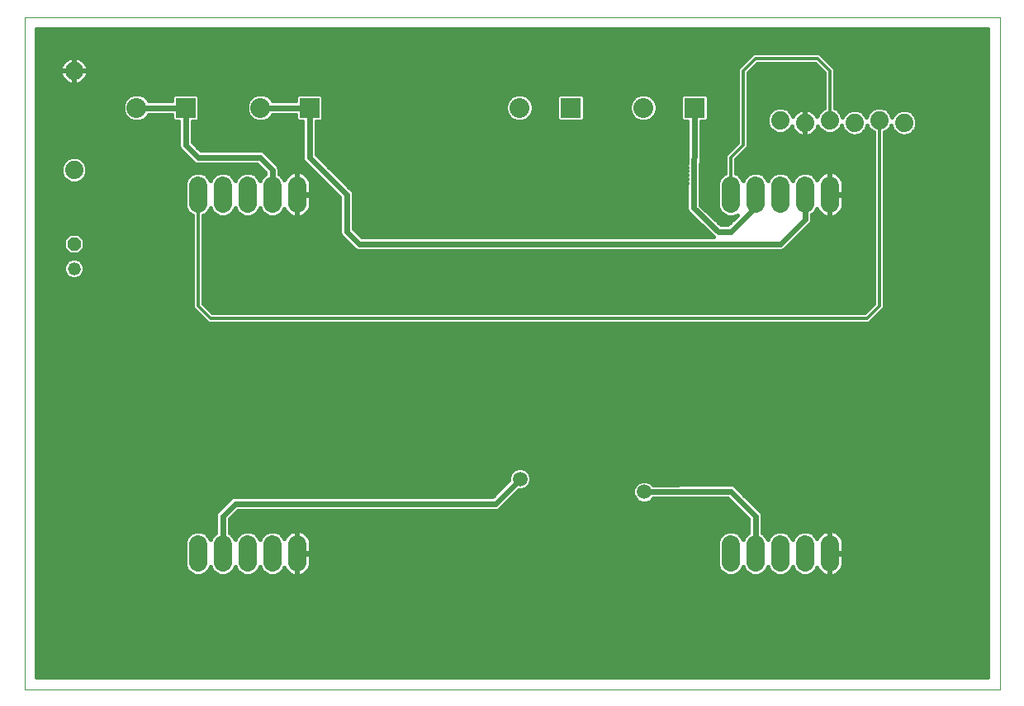
<source format=gbl>
G75*
%MOIN*%
%OFA0B0*%
%FSLAX25Y25*%
%IPPOS*%
%LPD*%
%AMOC8*
5,1,8,0,0,1.08239X$1,22.5*
%
%ADD10C,0.00000*%
%ADD11C,0.05200*%
%ADD12OC8,0.05200*%
%ADD13C,0.07400*%
%ADD14C,0.07400*%
%ADD15R,0.08000X0.08000*%
%ADD16C,0.08000*%
%ADD17C,0.02400*%
%ADD18C,0.05906*%
%ADD19C,0.01600*%
%ADD20C,0.01200*%
D10*
X0001800Y0001800D02*
X0001800Y0273454D01*
X0395501Y0273454D01*
X0395501Y0001800D01*
X0001800Y0001800D01*
D11*
X0021800Y0171800D03*
D12*
X0021800Y0181800D03*
D13*
X0071800Y0198100D02*
X0071800Y0205500D01*
X0081800Y0205500D02*
X0081800Y0198100D01*
X0091800Y0198100D02*
X0091800Y0205500D01*
X0101800Y0205500D02*
X0101800Y0198100D01*
X0111800Y0198100D02*
X0111800Y0205500D01*
X0286800Y0205500D02*
X0286800Y0198100D01*
X0296800Y0198100D02*
X0296800Y0205500D01*
X0306800Y0205500D02*
X0306800Y0198100D01*
X0316800Y0198100D02*
X0316800Y0205500D01*
X0326800Y0205500D02*
X0326800Y0198100D01*
X0326800Y0060500D02*
X0326800Y0053100D01*
X0316800Y0053100D02*
X0316800Y0060500D01*
X0306800Y0060500D02*
X0306800Y0053100D01*
X0296800Y0053100D02*
X0296800Y0060500D01*
X0286800Y0060500D02*
X0286800Y0053100D01*
X0111800Y0053100D02*
X0111800Y0060500D01*
X0101800Y0060500D02*
X0101800Y0053100D01*
X0091800Y0053100D02*
X0091800Y0060500D01*
X0081800Y0060500D02*
X0081800Y0053100D01*
X0071800Y0053100D02*
X0071800Y0060500D01*
D14*
X0021800Y0211800D03*
X0021800Y0251800D03*
X0306800Y0231800D03*
X0316800Y0230800D03*
X0326800Y0231800D03*
X0336800Y0230800D03*
X0346800Y0231800D03*
X0356800Y0230800D03*
D15*
X0272300Y0236800D03*
X0222300Y0236800D03*
X0116800Y0236800D03*
X0066800Y0236800D03*
D16*
X0047115Y0236800D03*
X0097115Y0236800D03*
X0201615Y0236800D03*
X0251615Y0236800D03*
D17*
X0272300Y0236800D02*
X0271800Y0196300D01*
X0281800Y0186800D01*
X0286800Y0186800D01*
X0296800Y0196800D01*
X0296800Y0201800D01*
X0316800Y0201800D02*
X0316800Y0191800D01*
X0306800Y0181800D01*
X0136800Y0181800D01*
X0131800Y0186800D01*
X0131800Y0201800D01*
X0116800Y0216800D01*
X0116800Y0236800D01*
X0097115Y0236800D01*
X0096800Y0216800D02*
X0071800Y0216800D01*
X0066800Y0221800D01*
X0066800Y0236800D01*
X0047115Y0236800D01*
X0096800Y0216800D02*
X0101800Y0211800D01*
X0101800Y0201800D01*
X0201800Y0086800D02*
X0191800Y0076800D01*
X0086800Y0076800D01*
X0081800Y0071800D01*
X0081800Y0056800D01*
X0251985Y0081615D02*
X0276800Y0081800D01*
X0286800Y0081800D01*
X0296800Y0071800D01*
X0296800Y0056800D01*
D18*
X0251985Y0081615D03*
X0201800Y0086800D03*
D19*
X0205950Y0084923D02*
X0248854Y0084923D01*
X0249406Y0085475D02*
X0248125Y0084194D01*
X0247432Y0082521D01*
X0247432Y0080709D01*
X0248125Y0079036D01*
X0249406Y0077755D01*
X0251079Y0077062D01*
X0252891Y0077062D01*
X0254564Y0077755D01*
X0255651Y0078842D01*
X0276810Y0079000D01*
X0285640Y0079000D01*
X0294000Y0070640D01*
X0294000Y0065077D01*
X0293798Y0064993D01*
X0292307Y0063502D01*
X0291800Y0062278D01*
X0291293Y0063502D01*
X0289802Y0064993D01*
X0287854Y0065800D01*
X0285746Y0065800D01*
X0283798Y0064993D01*
X0282307Y0063502D01*
X0281500Y0061554D01*
X0281500Y0052046D01*
X0282307Y0050098D01*
X0283798Y0048607D01*
X0285746Y0047800D01*
X0287854Y0047800D01*
X0289802Y0048607D01*
X0291293Y0050098D01*
X0291800Y0051322D01*
X0292307Y0050098D01*
X0293798Y0048607D01*
X0295746Y0047800D01*
X0297854Y0047800D01*
X0299802Y0048607D01*
X0301293Y0050098D01*
X0301800Y0051322D01*
X0302307Y0050098D01*
X0303798Y0048607D01*
X0305746Y0047800D01*
X0307854Y0047800D01*
X0309802Y0048607D01*
X0311293Y0050098D01*
X0311800Y0051322D01*
X0312307Y0050098D01*
X0313798Y0048607D01*
X0315746Y0047800D01*
X0317854Y0047800D01*
X0319802Y0048607D01*
X0321293Y0050098D01*
X0321685Y0051044D01*
X0321703Y0050989D01*
X0322096Y0050217D01*
X0322605Y0049517D01*
X0323217Y0048905D01*
X0323917Y0048396D01*
X0324689Y0048003D01*
X0325512Y0047735D01*
X0326367Y0047600D01*
X0326500Y0047600D01*
X0326500Y0056500D01*
X0327100Y0056500D01*
X0327100Y0057100D01*
X0326500Y0057100D01*
X0326500Y0066000D01*
X0326367Y0066000D01*
X0325512Y0065865D01*
X0324689Y0065597D01*
X0323917Y0065204D01*
X0323217Y0064695D01*
X0322605Y0064083D01*
X0322096Y0063383D01*
X0321703Y0062611D01*
X0321685Y0062556D01*
X0321293Y0063502D01*
X0319802Y0064993D01*
X0317854Y0065800D01*
X0315746Y0065800D01*
X0313798Y0064993D01*
X0312307Y0063502D01*
X0311800Y0062278D01*
X0311293Y0063502D01*
X0309802Y0064993D01*
X0307854Y0065800D01*
X0305746Y0065800D01*
X0303798Y0064993D01*
X0302307Y0063502D01*
X0301800Y0062278D01*
X0301293Y0063502D01*
X0299802Y0064993D01*
X0299600Y0065077D01*
X0299600Y0072357D01*
X0299174Y0073386D01*
X0298386Y0074174D01*
X0289174Y0083386D01*
X0288386Y0084174D01*
X0287357Y0084600D01*
X0277346Y0084600D01*
X0277336Y0084604D01*
X0276790Y0084600D01*
X0276243Y0084600D01*
X0276233Y0084596D01*
X0255597Y0084442D01*
X0254564Y0085475D01*
X0252891Y0086168D01*
X0251079Y0086168D01*
X0249406Y0085475D01*
X0247765Y0083324D02*
X0204763Y0083324D01*
X0204379Y0082940D02*
X0205660Y0084221D01*
X0206353Y0085894D01*
X0206353Y0087706D01*
X0205660Y0089379D01*
X0204379Y0090660D01*
X0202706Y0091353D01*
X0200894Y0091353D01*
X0199221Y0090660D01*
X0197940Y0089379D01*
X0197247Y0087706D01*
X0197247Y0086207D01*
X0190640Y0079600D01*
X0086243Y0079600D01*
X0085214Y0079174D01*
X0084426Y0078386D01*
X0079426Y0073386D01*
X0079000Y0072357D01*
X0079000Y0065077D01*
X0078798Y0064993D01*
X0077307Y0063502D01*
X0076800Y0062278D01*
X0076293Y0063502D01*
X0074802Y0064993D01*
X0072854Y0065800D01*
X0070746Y0065800D01*
X0068798Y0064993D01*
X0067307Y0063502D01*
X0066500Y0061554D01*
X0066500Y0052046D01*
X0067307Y0050098D01*
X0068798Y0048607D01*
X0070746Y0047800D01*
X0072854Y0047800D01*
X0074802Y0048607D01*
X0076293Y0050098D01*
X0076800Y0051322D01*
X0077307Y0050098D01*
X0078798Y0048607D01*
X0080746Y0047800D01*
X0082854Y0047800D01*
X0084802Y0048607D01*
X0086293Y0050098D01*
X0086800Y0051322D01*
X0087307Y0050098D01*
X0088798Y0048607D01*
X0090746Y0047800D01*
X0092854Y0047800D01*
X0094802Y0048607D01*
X0096293Y0050098D01*
X0096800Y0051322D01*
X0097307Y0050098D01*
X0098798Y0048607D01*
X0100746Y0047800D01*
X0102854Y0047800D01*
X0104802Y0048607D01*
X0106293Y0050098D01*
X0106685Y0051044D01*
X0106703Y0050989D01*
X0107096Y0050217D01*
X0107605Y0049517D01*
X0108217Y0048905D01*
X0108917Y0048396D01*
X0109689Y0048003D01*
X0110512Y0047735D01*
X0111367Y0047600D01*
X0111500Y0047600D01*
X0111500Y0056500D01*
X0112100Y0056500D01*
X0112100Y0057100D01*
X0117300Y0057100D01*
X0117300Y0060933D01*
X0117165Y0061788D01*
X0116897Y0062611D01*
X0116504Y0063383D01*
X0115995Y0064083D01*
X0115383Y0064695D01*
X0114683Y0065204D01*
X0113911Y0065597D01*
X0113088Y0065865D01*
X0112233Y0066000D01*
X0112100Y0066000D01*
X0112100Y0057100D01*
X0111500Y0057100D01*
X0111500Y0066000D01*
X0111367Y0066000D01*
X0110512Y0065865D01*
X0109689Y0065597D01*
X0108917Y0065204D01*
X0108217Y0064695D01*
X0107605Y0064083D01*
X0107096Y0063383D01*
X0106703Y0062611D01*
X0106685Y0062556D01*
X0106293Y0063502D01*
X0104802Y0064993D01*
X0102854Y0065800D01*
X0100746Y0065800D01*
X0098798Y0064993D01*
X0097307Y0063502D01*
X0096800Y0062278D01*
X0096293Y0063502D01*
X0094802Y0064993D01*
X0092854Y0065800D01*
X0090746Y0065800D01*
X0088798Y0064993D01*
X0087307Y0063502D01*
X0086800Y0062278D01*
X0086293Y0063502D01*
X0084802Y0064993D01*
X0084600Y0065077D01*
X0084600Y0070640D01*
X0087960Y0074000D01*
X0192357Y0074000D01*
X0193386Y0074426D01*
X0201207Y0082247D01*
X0202706Y0082247D01*
X0204379Y0082940D01*
X0200685Y0081726D02*
X0247432Y0081726D01*
X0247673Y0080127D02*
X0199087Y0080127D01*
X0197488Y0078529D02*
X0248633Y0078529D01*
X0255337Y0078529D02*
X0286112Y0078529D01*
X0287710Y0076930D02*
X0195890Y0076930D01*
X0194291Y0075332D02*
X0289309Y0075332D01*
X0290907Y0073733D02*
X0087693Y0073733D01*
X0086094Y0072134D02*
X0292506Y0072134D01*
X0294000Y0070536D02*
X0084600Y0070536D01*
X0084600Y0068937D02*
X0294000Y0068937D01*
X0294000Y0067339D02*
X0084600Y0067339D01*
X0084600Y0065740D02*
X0090602Y0065740D01*
X0092998Y0065740D02*
X0100602Y0065740D01*
X0102998Y0065740D02*
X0110130Y0065740D01*
X0111500Y0065740D02*
X0112100Y0065740D01*
X0113470Y0065740D02*
X0285602Y0065740D01*
X0287998Y0065740D02*
X0294000Y0065740D01*
X0292947Y0064142D02*
X0290653Y0064142D01*
X0291690Y0062543D02*
X0291910Y0062543D01*
X0299600Y0065740D02*
X0305602Y0065740D01*
X0307998Y0065740D02*
X0315602Y0065740D01*
X0317998Y0065740D02*
X0325130Y0065740D01*
X0326500Y0065740D02*
X0327100Y0065740D01*
X0327100Y0066000D02*
X0327100Y0057100D01*
X0332300Y0057100D01*
X0332300Y0060933D01*
X0332165Y0061788D01*
X0331897Y0062611D01*
X0331504Y0063383D01*
X0330995Y0064083D01*
X0330383Y0064695D01*
X0329683Y0065204D01*
X0328911Y0065597D01*
X0328088Y0065865D01*
X0327233Y0066000D01*
X0327100Y0066000D01*
X0328470Y0065740D02*
X0390701Y0065740D01*
X0390701Y0064142D02*
X0330936Y0064142D01*
X0331919Y0062543D02*
X0390701Y0062543D01*
X0390701Y0060945D02*
X0332298Y0060945D01*
X0332300Y0059346D02*
X0390701Y0059346D01*
X0390701Y0057748D02*
X0332300Y0057748D01*
X0332300Y0056500D02*
X0327100Y0056500D01*
X0327100Y0047600D01*
X0327233Y0047600D01*
X0328088Y0047735D01*
X0328911Y0048003D01*
X0329683Y0048396D01*
X0330383Y0048905D01*
X0330995Y0049517D01*
X0331504Y0050217D01*
X0331897Y0050989D01*
X0332165Y0051812D01*
X0332300Y0052667D01*
X0332300Y0056500D01*
X0332300Y0056149D02*
X0390701Y0056149D01*
X0390701Y0054551D02*
X0332300Y0054551D01*
X0332300Y0052952D02*
X0390701Y0052952D01*
X0390701Y0051354D02*
X0332016Y0051354D01*
X0331168Y0049755D02*
X0390701Y0049755D01*
X0390701Y0048157D02*
X0329213Y0048157D01*
X0327100Y0048157D02*
X0326500Y0048157D01*
X0326500Y0049755D02*
X0327100Y0049755D01*
X0327100Y0051354D02*
X0326500Y0051354D01*
X0326500Y0052952D02*
X0327100Y0052952D01*
X0327100Y0054551D02*
X0326500Y0054551D01*
X0326500Y0056149D02*
X0327100Y0056149D01*
X0327100Y0057748D02*
X0326500Y0057748D01*
X0326500Y0059346D02*
X0327100Y0059346D01*
X0327100Y0060945D02*
X0326500Y0060945D01*
X0326500Y0062543D02*
X0327100Y0062543D01*
X0327100Y0064142D02*
X0326500Y0064142D01*
X0322664Y0064142D02*
X0320653Y0064142D01*
X0312947Y0064142D02*
X0310653Y0064142D01*
X0311690Y0062543D02*
X0311910Y0062543D01*
X0302947Y0064142D02*
X0300653Y0064142D01*
X0301690Y0062543D02*
X0301910Y0062543D01*
X0299600Y0067339D02*
X0390701Y0067339D01*
X0390701Y0068937D02*
X0299600Y0068937D01*
X0299600Y0070536D02*
X0390701Y0070536D01*
X0390701Y0072134D02*
X0299600Y0072134D01*
X0298827Y0073733D02*
X0390701Y0073733D01*
X0390701Y0075332D02*
X0297228Y0075332D01*
X0298386Y0074174D02*
X0298386Y0074174D01*
X0295630Y0076930D02*
X0390701Y0076930D01*
X0390701Y0078529D02*
X0294031Y0078529D01*
X0292433Y0080127D02*
X0390701Y0080127D01*
X0390701Y0081726D02*
X0290834Y0081726D01*
X0289236Y0083324D02*
X0390701Y0083324D01*
X0390701Y0084923D02*
X0255116Y0084923D01*
X0282947Y0064142D02*
X0115936Y0064142D01*
X0116919Y0062543D02*
X0281910Y0062543D01*
X0281500Y0060945D02*
X0117298Y0060945D01*
X0117300Y0059346D02*
X0281500Y0059346D01*
X0281500Y0057748D02*
X0117300Y0057748D01*
X0117300Y0056500D02*
X0112100Y0056500D01*
X0112100Y0047600D01*
X0112233Y0047600D01*
X0113088Y0047735D01*
X0113911Y0048003D01*
X0114683Y0048396D01*
X0115383Y0048905D01*
X0115995Y0049517D01*
X0116504Y0050217D01*
X0116897Y0050989D01*
X0117165Y0051812D01*
X0117300Y0052667D01*
X0117300Y0056500D01*
X0117300Y0056149D02*
X0281500Y0056149D01*
X0281500Y0054551D02*
X0117300Y0054551D01*
X0117300Y0052952D02*
X0281500Y0052952D01*
X0281787Y0051354D02*
X0117016Y0051354D01*
X0116168Y0049755D02*
X0282649Y0049755D01*
X0284884Y0048157D02*
X0114213Y0048157D01*
X0112100Y0048157D02*
X0111500Y0048157D01*
X0111500Y0049755D02*
X0112100Y0049755D01*
X0112100Y0051354D02*
X0111500Y0051354D01*
X0111500Y0052952D02*
X0112100Y0052952D01*
X0112100Y0054551D02*
X0111500Y0054551D01*
X0111500Y0056149D02*
X0112100Y0056149D01*
X0112100Y0057748D02*
X0111500Y0057748D01*
X0111500Y0059346D02*
X0112100Y0059346D01*
X0112100Y0060945D02*
X0111500Y0060945D01*
X0111500Y0062543D02*
X0112100Y0062543D01*
X0112100Y0064142D02*
X0111500Y0064142D01*
X0107664Y0064142D02*
X0105653Y0064142D01*
X0097947Y0064142D02*
X0095653Y0064142D01*
X0096690Y0062543D02*
X0096910Y0062543D01*
X0087947Y0064142D02*
X0085653Y0064142D01*
X0086690Y0062543D02*
X0086910Y0062543D01*
X0079000Y0065740D02*
X0072998Y0065740D01*
X0070602Y0065740D02*
X0006600Y0065740D01*
X0006600Y0064142D02*
X0067947Y0064142D01*
X0066910Y0062543D02*
X0006600Y0062543D01*
X0006600Y0060945D02*
X0066500Y0060945D01*
X0066500Y0059346D02*
X0006600Y0059346D01*
X0006600Y0057748D02*
X0066500Y0057748D01*
X0066500Y0056149D02*
X0006600Y0056149D01*
X0006600Y0054551D02*
X0066500Y0054551D01*
X0066500Y0052952D02*
X0006600Y0052952D01*
X0006600Y0051354D02*
X0066787Y0051354D01*
X0067649Y0049755D02*
X0006600Y0049755D01*
X0006600Y0048157D02*
X0069884Y0048157D01*
X0073716Y0048157D02*
X0079884Y0048157D01*
X0077649Y0049755D02*
X0075951Y0049755D01*
X0083716Y0048157D02*
X0089884Y0048157D01*
X0087649Y0049755D02*
X0085951Y0049755D01*
X0093716Y0048157D02*
X0099884Y0048157D01*
X0097649Y0049755D02*
X0095951Y0049755D01*
X0103716Y0048157D02*
X0109387Y0048157D01*
X0107432Y0049755D02*
X0105951Y0049755D01*
X0077947Y0064142D02*
X0075653Y0064142D01*
X0076690Y0062543D02*
X0076910Y0062543D01*
X0079000Y0067339D02*
X0006600Y0067339D01*
X0006600Y0068937D02*
X0079000Y0068937D01*
X0079000Y0070536D02*
X0006600Y0070536D01*
X0006600Y0072134D02*
X0079000Y0072134D01*
X0079773Y0073733D02*
X0006600Y0073733D01*
X0006600Y0075332D02*
X0081372Y0075332D01*
X0082970Y0076930D02*
X0006600Y0076930D01*
X0006600Y0078529D02*
X0084569Y0078529D01*
X0006600Y0080127D02*
X0191167Y0080127D01*
X0192766Y0081726D02*
X0006600Y0081726D01*
X0006600Y0083324D02*
X0194364Y0083324D01*
X0195963Y0084923D02*
X0006600Y0084923D01*
X0006600Y0086521D02*
X0197247Y0086521D01*
X0197419Y0088120D02*
X0006600Y0088120D01*
X0006600Y0089718D02*
X0198280Y0089718D01*
X0200807Y0091317D02*
X0006600Y0091317D01*
X0006600Y0092915D02*
X0390701Y0092915D01*
X0390701Y0091317D02*
X0202793Y0091317D01*
X0205320Y0089718D02*
X0390701Y0089718D01*
X0390701Y0088120D02*
X0206181Y0088120D01*
X0206353Y0086521D02*
X0390701Y0086521D01*
X0390701Y0094514D02*
X0006600Y0094514D01*
X0006600Y0096112D02*
X0390701Y0096112D01*
X0390701Y0097711D02*
X0006600Y0097711D01*
X0006600Y0099309D02*
X0390701Y0099309D01*
X0390701Y0100908D02*
X0006600Y0100908D01*
X0006600Y0102506D02*
X0390701Y0102506D01*
X0390701Y0104105D02*
X0006600Y0104105D01*
X0006600Y0105703D02*
X0390701Y0105703D01*
X0390701Y0107302D02*
X0006600Y0107302D01*
X0006600Y0108900D02*
X0390701Y0108900D01*
X0390701Y0110499D02*
X0006600Y0110499D01*
X0006600Y0112097D02*
X0390701Y0112097D01*
X0390701Y0113696D02*
X0006600Y0113696D01*
X0006600Y0115294D02*
X0390701Y0115294D01*
X0390701Y0116893D02*
X0006600Y0116893D01*
X0006600Y0118491D02*
X0390701Y0118491D01*
X0390701Y0120090D02*
X0006600Y0120090D01*
X0006600Y0121688D02*
X0390701Y0121688D01*
X0390701Y0123287D02*
X0006600Y0123287D01*
X0006600Y0124885D02*
X0390701Y0124885D01*
X0390701Y0126484D02*
X0006600Y0126484D01*
X0006600Y0128082D02*
X0390701Y0128082D01*
X0390701Y0129681D02*
X0006600Y0129681D01*
X0006600Y0131279D02*
X0390701Y0131279D01*
X0390701Y0132878D02*
X0006600Y0132878D01*
X0006600Y0134476D02*
X0390701Y0134476D01*
X0390701Y0136075D02*
X0006600Y0136075D01*
X0006600Y0137673D02*
X0390701Y0137673D01*
X0390701Y0139272D02*
X0006600Y0139272D01*
X0006600Y0140870D02*
X0390701Y0140870D01*
X0390701Y0142469D02*
X0006600Y0142469D01*
X0006600Y0144068D02*
X0390701Y0144068D01*
X0390701Y0145666D02*
X0006600Y0145666D01*
X0006600Y0147265D02*
X0390701Y0147265D01*
X0390701Y0148863D02*
X0006600Y0148863D01*
X0006600Y0150462D02*
X0075027Y0150462D01*
X0074600Y0150889D02*
X0075889Y0149600D01*
X0342711Y0149600D01*
X0347711Y0154600D01*
X0349000Y0155889D01*
X0349000Y0226975D01*
X0349802Y0227307D01*
X0351293Y0228798D01*
X0351593Y0229522D01*
X0352307Y0227798D01*
X0353798Y0226307D01*
X0355746Y0225500D01*
X0357854Y0225500D01*
X0359802Y0226307D01*
X0361293Y0227798D01*
X0362100Y0229746D01*
X0362100Y0231854D01*
X0361293Y0233802D01*
X0359802Y0235293D01*
X0357854Y0236100D01*
X0355746Y0236100D01*
X0353798Y0235293D01*
X0352307Y0233802D01*
X0352007Y0233078D01*
X0351293Y0234802D01*
X0349802Y0236293D01*
X0347854Y0237100D01*
X0345746Y0237100D01*
X0343798Y0236293D01*
X0342307Y0234802D01*
X0341593Y0233078D01*
X0341293Y0233802D01*
X0339802Y0235293D01*
X0337854Y0236100D01*
X0335746Y0236100D01*
X0333798Y0235293D01*
X0332307Y0233802D01*
X0332007Y0233078D01*
X0331293Y0234802D01*
X0329802Y0236293D01*
X0329000Y0236625D01*
X0329000Y0252711D01*
X0327711Y0254000D01*
X0322711Y0259000D01*
X0295889Y0259000D01*
X0294600Y0257711D01*
X0289600Y0252711D01*
X0289600Y0222711D01*
X0284600Y0217711D01*
X0284600Y0210325D01*
X0283798Y0209993D01*
X0282307Y0208502D01*
X0281500Y0206554D01*
X0281500Y0197046D01*
X0282307Y0195098D01*
X0283798Y0193607D01*
X0285746Y0192800D01*
X0287854Y0192800D01*
X0289537Y0193497D01*
X0285640Y0189600D01*
X0282918Y0189600D01*
X0274615Y0197488D01*
X0275031Y0231200D01*
X0276963Y0231200D01*
X0277900Y0232137D01*
X0277900Y0241463D01*
X0276963Y0242400D01*
X0267637Y0242400D01*
X0266700Y0241463D01*
X0266700Y0232137D01*
X0267637Y0231200D01*
X0269431Y0231200D01*
X0269006Y0196836D01*
X0268987Y0196785D01*
X0269000Y0196281D01*
X0268993Y0195778D01*
X0269014Y0195727D01*
X0269015Y0195671D01*
X0269220Y0195211D01*
X0269407Y0194743D01*
X0269445Y0194704D01*
X0269468Y0194654D01*
X0269833Y0194307D01*
X0270185Y0193946D01*
X0270235Y0193924D01*
X0279846Y0184795D01*
X0280040Y0184600D01*
X0137960Y0184600D01*
X0134600Y0187960D01*
X0134600Y0202357D01*
X0134174Y0203386D01*
X0133386Y0204174D01*
X0119600Y0217960D01*
X0119600Y0231200D01*
X0121463Y0231200D01*
X0122400Y0232137D01*
X0122400Y0241463D01*
X0121463Y0242400D01*
X0112137Y0242400D01*
X0111200Y0241463D01*
X0111200Y0239600D01*
X0102017Y0239600D01*
X0101862Y0239972D01*
X0100287Y0241547D01*
X0098229Y0242400D01*
X0096001Y0242400D01*
X0093943Y0241547D01*
X0092368Y0239972D01*
X0091515Y0237914D01*
X0091515Y0235686D01*
X0092368Y0233628D01*
X0093943Y0232053D01*
X0096001Y0231200D01*
X0098229Y0231200D01*
X0100287Y0232053D01*
X0101862Y0233628D01*
X0102017Y0234000D01*
X0111200Y0234000D01*
X0111200Y0232137D01*
X0112137Y0231200D01*
X0114000Y0231200D01*
X0114000Y0216243D01*
X0114426Y0215214D01*
X0129000Y0200640D01*
X0129000Y0186243D01*
X0129426Y0185214D01*
X0134426Y0180214D01*
X0135214Y0179426D01*
X0136243Y0179000D01*
X0307357Y0179000D01*
X0308386Y0179426D01*
X0318386Y0189426D01*
X0319174Y0190214D01*
X0319600Y0191243D01*
X0319600Y0193523D01*
X0319802Y0193607D01*
X0321293Y0195098D01*
X0321685Y0196044D01*
X0321703Y0195989D01*
X0322096Y0195217D01*
X0322605Y0194517D01*
X0323217Y0193905D01*
X0323917Y0193396D01*
X0324689Y0193003D01*
X0325512Y0192735D01*
X0326367Y0192600D01*
X0326500Y0192600D01*
X0326500Y0201500D01*
X0327100Y0201500D01*
X0327100Y0202100D01*
X0326500Y0202100D01*
X0326500Y0211000D01*
X0326367Y0211000D01*
X0325512Y0210865D01*
X0324689Y0210597D01*
X0323917Y0210204D01*
X0323217Y0209695D01*
X0322605Y0209083D01*
X0322096Y0208383D01*
X0321703Y0207611D01*
X0321685Y0207556D01*
X0321293Y0208502D01*
X0319802Y0209993D01*
X0317854Y0210800D01*
X0315746Y0210800D01*
X0313798Y0209993D01*
X0312307Y0208502D01*
X0311800Y0207278D01*
X0311293Y0208502D01*
X0309802Y0209993D01*
X0307854Y0210800D01*
X0305746Y0210800D01*
X0303798Y0209993D01*
X0302307Y0208502D01*
X0301800Y0207278D01*
X0301293Y0208502D01*
X0299802Y0209993D01*
X0297854Y0210800D01*
X0295746Y0210800D01*
X0293798Y0209993D01*
X0292307Y0208502D01*
X0291800Y0207278D01*
X0291293Y0208502D01*
X0289802Y0209993D01*
X0289000Y0210325D01*
X0289000Y0215889D01*
X0292711Y0219600D01*
X0294000Y0220889D01*
X0294000Y0250889D01*
X0297711Y0254600D01*
X0320889Y0254600D01*
X0324600Y0250889D01*
X0324600Y0236625D01*
X0323798Y0236293D01*
X0322307Y0234802D01*
X0321691Y0233315D01*
X0321504Y0233683D01*
X0320995Y0234383D01*
X0320383Y0234995D01*
X0319683Y0235504D01*
X0318911Y0235897D01*
X0318088Y0236165D01*
X0317233Y0236300D01*
X0317000Y0236300D01*
X0317000Y0231000D01*
X0316600Y0231000D01*
X0316600Y0236300D01*
X0316367Y0236300D01*
X0315512Y0236165D01*
X0314689Y0235897D01*
X0313917Y0235504D01*
X0313217Y0234995D01*
X0312605Y0234383D01*
X0312096Y0233683D01*
X0311909Y0233315D01*
X0311293Y0234802D01*
X0309802Y0236293D01*
X0307854Y0237100D01*
X0305746Y0237100D01*
X0303798Y0236293D01*
X0302307Y0234802D01*
X0301500Y0232854D01*
X0301500Y0230746D01*
X0302307Y0228798D01*
X0303798Y0227307D01*
X0305746Y0226500D01*
X0307854Y0226500D01*
X0309802Y0227307D01*
X0311293Y0228798D01*
X0311503Y0229304D01*
X0311703Y0228689D01*
X0312096Y0227917D01*
X0312605Y0227217D01*
X0313217Y0226605D01*
X0313917Y0226096D01*
X0314689Y0225703D01*
X0315512Y0225435D01*
X0316367Y0225300D01*
X0316600Y0225300D01*
X0316600Y0230600D01*
X0317000Y0230600D01*
X0317000Y0225300D01*
X0317233Y0225300D01*
X0318088Y0225435D01*
X0318911Y0225703D01*
X0319683Y0226096D01*
X0320383Y0226605D01*
X0320995Y0227217D01*
X0321504Y0227917D01*
X0321897Y0228689D01*
X0322097Y0229304D01*
X0322307Y0228798D01*
X0323798Y0227307D01*
X0325746Y0226500D01*
X0327854Y0226500D01*
X0329802Y0227307D01*
X0331293Y0228798D01*
X0331593Y0229522D01*
X0332307Y0227798D01*
X0333798Y0226307D01*
X0335746Y0225500D01*
X0337854Y0225500D01*
X0339802Y0226307D01*
X0341293Y0227798D01*
X0342007Y0229522D01*
X0342307Y0228798D01*
X0343798Y0227307D01*
X0344600Y0226975D01*
X0344600Y0157711D01*
X0340889Y0154000D01*
X0077711Y0154000D01*
X0074000Y0157711D01*
X0074000Y0193275D01*
X0074802Y0193607D01*
X0076293Y0195098D01*
X0076800Y0196322D01*
X0077307Y0195098D01*
X0078798Y0193607D01*
X0080746Y0192800D01*
X0082854Y0192800D01*
X0084802Y0193607D01*
X0086293Y0195098D01*
X0086800Y0196322D01*
X0087307Y0195098D01*
X0088798Y0193607D01*
X0090746Y0192800D01*
X0092854Y0192800D01*
X0094802Y0193607D01*
X0096293Y0195098D01*
X0096800Y0196322D01*
X0097307Y0195098D01*
X0098798Y0193607D01*
X0100746Y0192800D01*
X0102854Y0192800D01*
X0104802Y0193607D01*
X0106293Y0195098D01*
X0106685Y0196044D01*
X0106703Y0195989D01*
X0107096Y0195217D01*
X0107605Y0194517D01*
X0108217Y0193905D01*
X0108917Y0193396D01*
X0109689Y0193003D01*
X0110512Y0192735D01*
X0111367Y0192600D01*
X0111500Y0192600D01*
X0111500Y0201500D01*
X0112100Y0201500D01*
X0112100Y0202100D01*
X0111500Y0202100D01*
X0111500Y0211000D01*
X0111367Y0211000D01*
X0110512Y0210865D01*
X0109689Y0210597D01*
X0108917Y0210204D01*
X0108217Y0209695D01*
X0107605Y0209083D01*
X0107096Y0208383D01*
X0106703Y0207611D01*
X0106685Y0207556D01*
X0106293Y0208502D01*
X0104802Y0209993D01*
X0104600Y0210077D01*
X0104600Y0212357D01*
X0104174Y0213386D01*
X0103386Y0214174D01*
X0098386Y0219174D01*
X0097357Y0219600D01*
X0072960Y0219600D01*
X0069600Y0222960D01*
X0069600Y0231200D01*
X0071463Y0231200D01*
X0072400Y0232137D01*
X0072400Y0241463D01*
X0071463Y0242400D01*
X0062137Y0242400D01*
X0061200Y0241463D01*
X0061200Y0239600D01*
X0052017Y0239600D01*
X0051862Y0239972D01*
X0050287Y0241547D01*
X0048229Y0242400D01*
X0046001Y0242400D01*
X0043943Y0241547D01*
X0042368Y0239972D01*
X0041515Y0237914D01*
X0041515Y0235686D01*
X0042368Y0233628D01*
X0043943Y0232053D01*
X0046001Y0231200D01*
X0048229Y0231200D01*
X0050287Y0232053D01*
X0051862Y0233628D01*
X0052017Y0234000D01*
X0061200Y0234000D01*
X0061200Y0232137D01*
X0062137Y0231200D01*
X0064000Y0231200D01*
X0064000Y0221243D01*
X0064426Y0220214D01*
X0069426Y0215214D01*
X0070214Y0214426D01*
X0071243Y0214000D01*
X0095640Y0214000D01*
X0099000Y0210640D01*
X0099000Y0210077D01*
X0098798Y0209993D01*
X0097307Y0208502D01*
X0096800Y0207278D01*
X0096293Y0208502D01*
X0094802Y0209993D01*
X0092854Y0210800D01*
X0090746Y0210800D01*
X0088798Y0209993D01*
X0087307Y0208502D01*
X0086800Y0207278D01*
X0086293Y0208502D01*
X0084802Y0209993D01*
X0082854Y0210800D01*
X0080746Y0210800D01*
X0078798Y0209993D01*
X0077307Y0208502D01*
X0076800Y0207278D01*
X0076293Y0208502D01*
X0074802Y0209993D01*
X0072854Y0210800D01*
X0070746Y0210800D01*
X0068798Y0209993D01*
X0067307Y0208502D01*
X0066500Y0206554D01*
X0066500Y0197046D01*
X0067307Y0195098D01*
X0068798Y0193607D01*
X0069600Y0193275D01*
X0069600Y0155889D01*
X0074600Y0150889D01*
X0073429Y0152060D02*
X0006600Y0152060D01*
X0006600Y0153659D02*
X0071830Y0153659D01*
X0070232Y0155257D02*
X0006600Y0155257D01*
X0006600Y0156856D02*
X0069600Y0156856D01*
X0069600Y0158454D02*
X0006600Y0158454D01*
X0006600Y0160053D02*
X0069600Y0160053D01*
X0069600Y0161651D02*
X0006600Y0161651D01*
X0006600Y0163250D02*
X0069600Y0163250D01*
X0069600Y0164848D02*
X0006600Y0164848D01*
X0006600Y0166447D02*
X0069600Y0166447D01*
X0069600Y0168045D02*
X0023710Y0168045D01*
X0024179Y0168239D02*
X0022635Y0167600D01*
X0020965Y0167600D01*
X0019421Y0168239D01*
X0018239Y0169421D01*
X0017600Y0170965D01*
X0017600Y0172635D01*
X0018239Y0174179D01*
X0019421Y0175361D01*
X0020965Y0176000D01*
X0022635Y0176000D01*
X0024179Y0175361D01*
X0025361Y0174179D01*
X0026000Y0172635D01*
X0026000Y0170965D01*
X0025361Y0169421D01*
X0024179Y0168239D01*
X0025453Y0169644D02*
X0069600Y0169644D01*
X0069600Y0171242D02*
X0026000Y0171242D01*
X0025915Y0172841D02*
X0069600Y0172841D01*
X0069600Y0174439D02*
X0025100Y0174439D01*
X0023540Y0177600D02*
X0026000Y0180060D01*
X0026000Y0183540D01*
X0023540Y0186000D01*
X0020060Y0186000D01*
X0017600Y0183540D01*
X0017600Y0180060D01*
X0020060Y0177600D01*
X0023540Y0177600D01*
X0023576Y0177636D02*
X0069600Y0177636D01*
X0069600Y0176038D02*
X0006600Y0176038D01*
X0006600Y0177636D02*
X0020024Y0177636D01*
X0018426Y0179235D02*
X0006600Y0179235D01*
X0006600Y0180833D02*
X0017600Y0180833D01*
X0017600Y0182432D02*
X0006600Y0182432D01*
X0006600Y0184030D02*
X0018091Y0184030D01*
X0019689Y0185629D02*
X0006600Y0185629D01*
X0006600Y0187227D02*
X0069600Y0187227D01*
X0069600Y0185629D02*
X0023911Y0185629D01*
X0025509Y0184030D02*
X0069600Y0184030D01*
X0069600Y0182432D02*
X0026000Y0182432D01*
X0026000Y0180833D02*
X0069600Y0180833D01*
X0069600Y0179235D02*
X0025174Y0179235D01*
X0018500Y0174439D02*
X0006600Y0174439D01*
X0006600Y0172841D02*
X0017685Y0172841D01*
X0017600Y0171242D02*
X0006600Y0171242D01*
X0006600Y0169644D02*
X0018147Y0169644D01*
X0019890Y0168045D02*
X0006600Y0168045D01*
X0006600Y0188826D02*
X0069600Y0188826D01*
X0069600Y0190424D02*
X0006600Y0190424D01*
X0006600Y0192023D02*
X0069600Y0192023D01*
X0068783Y0193621D02*
X0006600Y0193621D01*
X0006600Y0195220D02*
X0067256Y0195220D01*
X0066594Y0196818D02*
X0006600Y0196818D01*
X0006600Y0198417D02*
X0066500Y0198417D01*
X0066500Y0200015D02*
X0006600Y0200015D01*
X0006600Y0201614D02*
X0066500Y0201614D01*
X0066500Y0203212D02*
X0006600Y0203212D01*
X0006600Y0204811D02*
X0066500Y0204811D01*
X0066500Y0206409D02*
X0006600Y0206409D01*
X0006600Y0208008D02*
X0018097Y0208008D01*
X0018798Y0207307D02*
X0020746Y0206500D01*
X0022854Y0206500D01*
X0024802Y0207307D01*
X0026293Y0208798D01*
X0027100Y0210746D01*
X0027100Y0212854D01*
X0026293Y0214802D01*
X0024802Y0216293D01*
X0022854Y0217100D01*
X0020746Y0217100D01*
X0018798Y0216293D01*
X0017307Y0214802D01*
X0016500Y0212854D01*
X0016500Y0210746D01*
X0017307Y0208798D01*
X0018798Y0207307D01*
X0016972Y0209606D02*
X0006600Y0209606D01*
X0006600Y0211205D02*
X0016500Y0211205D01*
X0016500Y0212803D02*
X0006600Y0212803D01*
X0006600Y0214402D02*
X0017141Y0214402D01*
X0018505Y0216001D02*
X0006600Y0216001D01*
X0006600Y0217599D02*
X0067041Y0217599D01*
X0065443Y0219198D02*
X0006600Y0219198D01*
X0006600Y0220796D02*
X0064185Y0220796D01*
X0064000Y0222395D02*
X0006600Y0222395D01*
X0006600Y0223993D02*
X0064000Y0223993D01*
X0064000Y0225592D02*
X0006600Y0225592D01*
X0006600Y0227190D02*
X0064000Y0227190D01*
X0064000Y0228789D02*
X0006600Y0228789D01*
X0006600Y0230387D02*
X0064000Y0230387D01*
X0061352Y0231986D02*
X0050126Y0231986D01*
X0051819Y0233584D02*
X0061200Y0233584D01*
X0061200Y0239978D02*
X0051856Y0239978D01*
X0050216Y0241577D02*
X0061314Y0241577D01*
X0072286Y0241577D02*
X0094013Y0241577D01*
X0092374Y0239978D02*
X0072400Y0239978D01*
X0072400Y0238380D02*
X0091708Y0238380D01*
X0091515Y0236781D02*
X0072400Y0236781D01*
X0072400Y0235183D02*
X0091723Y0235183D01*
X0092411Y0233584D02*
X0072400Y0233584D01*
X0072248Y0231986D02*
X0094104Y0231986D01*
X0100126Y0231986D02*
X0111352Y0231986D01*
X0111200Y0233584D02*
X0101819Y0233584D01*
X0101856Y0239978D02*
X0111200Y0239978D01*
X0111314Y0241577D02*
X0100216Y0241577D01*
X0114000Y0230387D02*
X0069600Y0230387D01*
X0069600Y0228789D02*
X0114000Y0228789D01*
X0114000Y0227190D02*
X0069600Y0227190D01*
X0069600Y0225592D02*
X0114000Y0225592D01*
X0114000Y0223993D02*
X0069600Y0223993D01*
X0070165Y0222395D02*
X0114000Y0222395D01*
X0114000Y0220796D02*
X0071764Y0220796D01*
X0068640Y0216001D02*
X0025095Y0216001D01*
X0026459Y0214402D02*
X0070272Y0214402D01*
X0068411Y0209606D02*
X0026628Y0209606D01*
X0027100Y0211205D02*
X0098435Y0211205D01*
X0098411Y0209606D02*
X0095189Y0209606D01*
X0096498Y0208008D02*
X0097102Y0208008D01*
X0096837Y0212803D02*
X0027100Y0212803D01*
X0025503Y0208008D02*
X0067102Y0208008D01*
X0075189Y0209606D02*
X0078411Y0209606D01*
X0077102Y0208008D02*
X0076498Y0208008D01*
X0085189Y0209606D02*
X0088411Y0209606D01*
X0087102Y0208008D02*
X0086498Y0208008D01*
X0086344Y0195220D02*
X0087256Y0195220D01*
X0088783Y0193621D02*
X0084817Y0193621D01*
X0078783Y0193621D02*
X0074817Y0193621D01*
X0074000Y0192023D02*
X0129000Y0192023D01*
X0129000Y0193621D02*
X0114993Y0193621D01*
X0114683Y0193396D02*
X0115383Y0193905D01*
X0115995Y0194517D01*
X0116504Y0195217D01*
X0116897Y0195989D01*
X0117165Y0196812D01*
X0117300Y0197667D01*
X0117300Y0201500D01*
X0112100Y0201500D01*
X0112100Y0192600D01*
X0112233Y0192600D01*
X0113088Y0192735D01*
X0113911Y0193003D01*
X0114683Y0193396D01*
X0116505Y0195220D02*
X0129000Y0195220D01*
X0129000Y0196818D02*
X0117166Y0196818D01*
X0117300Y0198417D02*
X0129000Y0198417D01*
X0129000Y0200015D02*
X0117300Y0200015D01*
X0117300Y0202100D02*
X0112100Y0202100D01*
X0112100Y0211000D01*
X0112233Y0211000D01*
X0113088Y0210865D01*
X0113911Y0210597D01*
X0114683Y0210204D01*
X0115383Y0209695D01*
X0115995Y0209083D01*
X0116504Y0208383D01*
X0116897Y0207611D01*
X0117165Y0206788D01*
X0117300Y0205933D01*
X0117300Y0202100D01*
X0117300Y0203212D02*
X0126428Y0203212D01*
X0128026Y0201614D02*
X0112100Y0201614D01*
X0112100Y0203212D02*
X0111500Y0203212D01*
X0111500Y0204811D02*
X0112100Y0204811D01*
X0112100Y0206409D02*
X0111500Y0206409D01*
X0111500Y0208008D02*
X0112100Y0208008D01*
X0112100Y0209606D02*
X0111500Y0209606D01*
X0108128Y0209606D02*
X0105189Y0209606D01*
X0104600Y0211205D02*
X0118435Y0211205D01*
X0116837Y0212803D02*
X0104415Y0212803D01*
X0103158Y0214402D02*
X0115238Y0214402D01*
X0114100Y0216001D02*
X0101559Y0216001D01*
X0099961Y0217599D02*
X0114000Y0217599D01*
X0114000Y0219198D02*
X0098329Y0219198D01*
X0106498Y0208008D02*
X0106905Y0208008D01*
X0115472Y0209606D02*
X0120034Y0209606D01*
X0121632Y0208008D02*
X0116695Y0208008D01*
X0117225Y0206409D02*
X0123231Y0206409D01*
X0124829Y0204811D02*
X0117300Y0204811D01*
X0112100Y0200015D02*
X0111500Y0200015D01*
X0111500Y0198417D02*
X0112100Y0198417D01*
X0112100Y0196818D02*
X0111500Y0196818D01*
X0111500Y0195220D02*
X0112100Y0195220D01*
X0112100Y0193621D02*
X0111500Y0193621D01*
X0108607Y0193621D02*
X0104817Y0193621D01*
X0106344Y0195220D02*
X0107095Y0195220D01*
X0098783Y0193621D02*
X0094817Y0193621D01*
X0096344Y0195220D02*
X0097256Y0195220D01*
X0077256Y0195220D02*
X0076344Y0195220D01*
X0074000Y0190424D02*
X0129000Y0190424D01*
X0129000Y0188826D02*
X0074000Y0188826D01*
X0074000Y0187227D02*
X0129000Y0187227D01*
X0129254Y0185629D02*
X0074000Y0185629D01*
X0074000Y0184030D02*
X0130610Y0184030D01*
X0132208Y0182432D02*
X0074000Y0182432D01*
X0074000Y0180833D02*
X0133807Y0180833D01*
X0135676Y0179235D02*
X0074000Y0179235D01*
X0074000Y0177636D02*
X0344600Y0177636D01*
X0344600Y0176038D02*
X0074000Y0176038D01*
X0074000Y0174439D02*
X0344600Y0174439D01*
X0344600Y0172841D02*
X0074000Y0172841D01*
X0074000Y0171242D02*
X0344600Y0171242D01*
X0344600Y0169644D02*
X0074000Y0169644D01*
X0074000Y0168045D02*
X0344600Y0168045D01*
X0344600Y0166447D02*
X0074000Y0166447D01*
X0074000Y0164848D02*
X0344600Y0164848D01*
X0344600Y0163250D02*
X0074000Y0163250D01*
X0074000Y0161651D02*
X0344600Y0161651D01*
X0344600Y0160053D02*
X0074000Y0160053D01*
X0074000Y0158454D02*
X0344600Y0158454D01*
X0343744Y0156856D02*
X0074856Y0156856D01*
X0076454Y0155257D02*
X0342146Y0155257D01*
X0345171Y0152060D02*
X0390701Y0152060D01*
X0390701Y0150462D02*
X0343573Y0150462D01*
X0346770Y0153659D02*
X0390701Y0153659D01*
X0390701Y0155257D02*
X0348368Y0155257D01*
X0349000Y0156856D02*
X0390701Y0156856D01*
X0390701Y0158454D02*
X0349000Y0158454D01*
X0349000Y0160053D02*
X0390701Y0160053D01*
X0390701Y0161651D02*
X0349000Y0161651D01*
X0349000Y0163250D02*
X0390701Y0163250D01*
X0390701Y0164848D02*
X0349000Y0164848D01*
X0349000Y0166447D02*
X0390701Y0166447D01*
X0390701Y0168045D02*
X0349000Y0168045D01*
X0349000Y0169644D02*
X0390701Y0169644D01*
X0390701Y0171242D02*
X0349000Y0171242D01*
X0349000Y0172841D02*
X0390701Y0172841D01*
X0390701Y0174439D02*
X0349000Y0174439D01*
X0349000Y0176038D02*
X0390701Y0176038D01*
X0390701Y0177636D02*
X0349000Y0177636D01*
X0349000Y0179235D02*
X0390701Y0179235D01*
X0390701Y0180833D02*
X0349000Y0180833D01*
X0349000Y0182432D02*
X0390701Y0182432D01*
X0390701Y0184030D02*
X0349000Y0184030D01*
X0349000Y0185629D02*
X0390701Y0185629D01*
X0390701Y0187227D02*
X0349000Y0187227D01*
X0349000Y0188826D02*
X0390701Y0188826D01*
X0390701Y0190424D02*
X0349000Y0190424D01*
X0349000Y0192023D02*
X0390701Y0192023D01*
X0390701Y0193621D02*
X0349000Y0193621D01*
X0349000Y0195220D02*
X0390701Y0195220D01*
X0390701Y0196818D02*
X0349000Y0196818D01*
X0349000Y0198417D02*
X0390701Y0198417D01*
X0390701Y0200015D02*
X0349000Y0200015D01*
X0349000Y0201614D02*
X0390701Y0201614D01*
X0390701Y0203212D02*
X0349000Y0203212D01*
X0349000Y0204811D02*
X0390701Y0204811D01*
X0390701Y0206409D02*
X0349000Y0206409D01*
X0349000Y0208008D02*
X0390701Y0208008D01*
X0390701Y0209606D02*
X0349000Y0209606D01*
X0349000Y0211205D02*
X0390701Y0211205D01*
X0390701Y0212803D02*
X0349000Y0212803D01*
X0349000Y0214402D02*
X0390701Y0214402D01*
X0390701Y0216001D02*
X0349000Y0216001D01*
X0349000Y0217599D02*
X0390701Y0217599D01*
X0390701Y0219198D02*
X0349000Y0219198D01*
X0349000Y0220796D02*
X0390701Y0220796D01*
X0390701Y0222395D02*
X0349000Y0222395D01*
X0349000Y0223993D02*
X0390701Y0223993D01*
X0390701Y0225592D02*
X0358075Y0225592D01*
X0355525Y0225592D02*
X0349000Y0225592D01*
X0349520Y0227190D02*
X0352915Y0227190D01*
X0351896Y0228789D02*
X0351284Y0228789D01*
X0351798Y0233584D02*
X0352217Y0233584D01*
X0350913Y0235183D02*
X0353687Y0235183D01*
X0348624Y0236781D02*
X0390701Y0236781D01*
X0390701Y0235183D02*
X0359913Y0235183D01*
X0361383Y0233584D02*
X0390701Y0233584D01*
X0390701Y0231986D02*
X0362046Y0231986D01*
X0362100Y0230387D02*
X0390701Y0230387D01*
X0390701Y0228789D02*
X0361704Y0228789D01*
X0360685Y0227190D02*
X0390701Y0227190D01*
X0390701Y0238380D02*
X0329000Y0238380D01*
X0329000Y0239978D02*
X0390701Y0239978D01*
X0390701Y0241577D02*
X0329000Y0241577D01*
X0329000Y0243175D02*
X0390701Y0243175D01*
X0390701Y0244774D02*
X0329000Y0244774D01*
X0329000Y0246372D02*
X0390701Y0246372D01*
X0390701Y0247971D02*
X0329000Y0247971D01*
X0329000Y0249569D02*
X0390701Y0249569D01*
X0390701Y0251168D02*
X0329000Y0251168D01*
X0328945Y0252766D02*
X0390701Y0252766D01*
X0390701Y0254365D02*
X0327346Y0254365D01*
X0325748Y0255963D02*
X0390701Y0255963D01*
X0390701Y0257562D02*
X0324149Y0257562D01*
X0321124Y0254365D02*
X0297476Y0254365D01*
X0295878Y0252766D02*
X0322722Y0252766D01*
X0324321Y0251168D02*
X0294279Y0251168D01*
X0294000Y0249569D02*
X0324600Y0249569D01*
X0324600Y0247971D02*
X0294000Y0247971D01*
X0294000Y0246372D02*
X0324600Y0246372D01*
X0324600Y0244774D02*
X0294000Y0244774D01*
X0294000Y0243175D02*
X0324600Y0243175D01*
X0324600Y0241577D02*
X0294000Y0241577D01*
X0294000Y0239978D02*
X0324600Y0239978D01*
X0324600Y0238380D02*
X0294000Y0238380D01*
X0294000Y0236781D02*
X0304976Y0236781D01*
X0302687Y0235183D02*
X0294000Y0235183D01*
X0294000Y0233584D02*
X0301802Y0233584D01*
X0301500Y0231986D02*
X0294000Y0231986D01*
X0294000Y0230387D02*
X0301649Y0230387D01*
X0302316Y0228789D02*
X0294000Y0228789D01*
X0294000Y0227190D02*
X0304080Y0227190D01*
X0309520Y0227190D02*
X0312632Y0227190D01*
X0311670Y0228789D02*
X0311284Y0228789D01*
X0315031Y0225592D02*
X0294000Y0225592D01*
X0294000Y0223993D02*
X0344600Y0223993D01*
X0344600Y0222395D02*
X0294000Y0222395D01*
X0293907Y0220796D02*
X0344600Y0220796D01*
X0344600Y0219198D02*
X0292309Y0219198D01*
X0290710Y0217599D02*
X0344600Y0217599D01*
X0344600Y0216001D02*
X0289112Y0216001D01*
X0289000Y0214402D02*
X0344600Y0214402D01*
X0344600Y0212803D02*
X0289000Y0212803D01*
X0289000Y0211205D02*
X0344600Y0211205D01*
X0344600Y0209606D02*
X0330472Y0209606D01*
X0330383Y0209695D02*
X0329683Y0210204D01*
X0328911Y0210597D01*
X0328088Y0210865D01*
X0327233Y0211000D01*
X0327100Y0211000D01*
X0327100Y0202100D01*
X0332300Y0202100D01*
X0332300Y0205933D01*
X0332165Y0206788D01*
X0331897Y0207611D01*
X0331504Y0208383D01*
X0330995Y0209083D01*
X0330383Y0209695D01*
X0331695Y0208008D02*
X0344600Y0208008D01*
X0344600Y0206409D02*
X0332225Y0206409D01*
X0332300Y0204811D02*
X0344600Y0204811D01*
X0344600Y0203212D02*
X0332300Y0203212D01*
X0332300Y0201500D02*
X0327100Y0201500D01*
X0327100Y0192600D01*
X0327233Y0192600D01*
X0328088Y0192735D01*
X0328911Y0193003D01*
X0329683Y0193396D01*
X0330383Y0193905D01*
X0330995Y0194517D01*
X0331504Y0195217D01*
X0331897Y0195989D01*
X0332165Y0196812D01*
X0332300Y0197667D01*
X0332300Y0201500D01*
X0332300Y0200015D02*
X0344600Y0200015D01*
X0344600Y0198417D02*
X0332300Y0198417D01*
X0332166Y0196818D02*
X0344600Y0196818D01*
X0344600Y0195220D02*
X0331505Y0195220D01*
X0329993Y0193621D02*
X0344600Y0193621D01*
X0344600Y0192023D02*
X0319600Y0192023D01*
X0319817Y0193621D02*
X0323607Y0193621D01*
X0322095Y0195220D02*
X0321344Y0195220D01*
X0326500Y0195220D02*
X0327100Y0195220D01*
X0327100Y0196818D02*
X0326500Y0196818D01*
X0326500Y0198417D02*
X0327100Y0198417D01*
X0327100Y0200015D02*
X0326500Y0200015D01*
X0327100Y0201614D02*
X0344600Y0201614D01*
X0344600Y0190424D02*
X0319261Y0190424D01*
X0317786Y0188826D02*
X0344600Y0188826D01*
X0344600Y0187227D02*
X0316187Y0187227D01*
X0314589Y0185629D02*
X0344600Y0185629D01*
X0344600Y0184030D02*
X0312990Y0184030D01*
X0311392Y0182432D02*
X0344600Y0182432D01*
X0344600Y0180833D02*
X0309793Y0180833D01*
X0307924Y0179235D02*
X0344600Y0179235D01*
X0327100Y0193621D02*
X0326500Y0193621D01*
X0326500Y0203212D02*
X0327100Y0203212D01*
X0327100Y0204811D02*
X0326500Y0204811D01*
X0326500Y0206409D02*
X0327100Y0206409D01*
X0327100Y0208008D02*
X0326500Y0208008D01*
X0326500Y0209606D02*
X0327100Y0209606D01*
X0323128Y0209606D02*
X0320189Y0209606D01*
X0321498Y0208008D02*
X0321905Y0208008D01*
X0313411Y0209606D02*
X0310189Y0209606D01*
X0311498Y0208008D02*
X0312102Y0208008D01*
X0303411Y0209606D02*
X0300189Y0209606D01*
X0301498Y0208008D02*
X0302102Y0208008D01*
X0293411Y0209606D02*
X0290189Y0209606D01*
X0291498Y0208008D02*
X0292102Y0208008D01*
X0284600Y0211205D02*
X0274784Y0211205D01*
X0274804Y0212803D02*
X0284600Y0212803D01*
X0284600Y0214402D02*
X0274824Y0214402D01*
X0274843Y0216001D02*
X0284600Y0216001D01*
X0284600Y0217599D02*
X0274863Y0217599D01*
X0274883Y0219198D02*
X0286086Y0219198D01*
X0287685Y0220796D02*
X0274903Y0220796D01*
X0274922Y0222395D02*
X0289283Y0222395D01*
X0289600Y0223993D02*
X0274942Y0223993D01*
X0274962Y0225592D02*
X0289600Y0225592D01*
X0289600Y0227190D02*
X0274982Y0227190D01*
X0275001Y0228789D02*
X0289600Y0228789D01*
X0289600Y0230387D02*
X0275021Y0230387D01*
X0277748Y0231986D02*
X0289600Y0231986D01*
X0289600Y0233584D02*
X0277900Y0233584D01*
X0277900Y0235183D02*
X0289600Y0235183D01*
X0289600Y0236781D02*
X0277900Y0236781D01*
X0277900Y0238380D02*
X0289600Y0238380D01*
X0289600Y0239978D02*
X0277900Y0239978D01*
X0277786Y0241577D02*
X0289600Y0241577D01*
X0289600Y0243175D02*
X0006600Y0243175D01*
X0006600Y0241577D02*
X0044013Y0241577D01*
X0042374Y0239978D02*
X0006600Y0239978D01*
X0006600Y0238380D02*
X0041708Y0238380D01*
X0041515Y0236781D02*
X0006600Y0236781D01*
X0006600Y0235183D02*
X0041723Y0235183D01*
X0042411Y0233584D02*
X0006600Y0233584D01*
X0006600Y0231986D02*
X0044104Y0231986D01*
X0025995Y0248217D02*
X0026504Y0248917D01*
X0026897Y0249689D01*
X0027165Y0250512D01*
X0027300Y0251367D01*
X0027300Y0251714D01*
X0021886Y0251714D01*
X0021886Y0251886D01*
X0021714Y0251886D01*
X0021714Y0257300D01*
X0021367Y0257300D01*
X0020512Y0257165D01*
X0019689Y0256897D01*
X0018917Y0256504D01*
X0018217Y0255995D01*
X0017605Y0255383D01*
X0017096Y0254683D01*
X0016703Y0253911D01*
X0016435Y0253088D01*
X0016300Y0252233D01*
X0016300Y0251886D01*
X0021714Y0251886D01*
X0021714Y0251714D01*
X0016300Y0251714D01*
X0016300Y0251367D01*
X0016435Y0250512D01*
X0016703Y0249689D01*
X0017096Y0248917D01*
X0017605Y0248217D01*
X0018217Y0247605D01*
X0018917Y0247096D01*
X0019689Y0246703D01*
X0020512Y0246435D01*
X0021367Y0246300D01*
X0021714Y0246300D01*
X0021714Y0251714D01*
X0021886Y0251714D01*
X0021886Y0246300D01*
X0022233Y0246300D01*
X0023088Y0246435D01*
X0023911Y0246703D01*
X0024683Y0247096D01*
X0025383Y0247605D01*
X0025995Y0248217D01*
X0025749Y0247971D02*
X0289600Y0247971D01*
X0289600Y0249569D02*
X0026836Y0249569D01*
X0027268Y0251168D02*
X0289600Y0251168D01*
X0289655Y0252766D02*
X0027216Y0252766D01*
X0027165Y0253088D02*
X0026897Y0253911D01*
X0026504Y0254683D01*
X0025995Y0255383D01*
X0025383Y0255995D01*
X0024683Y0256504D01*
X0023911Y0256897D01*
X0023088Y0257165D01*
X0022233Y0257300D01*
X0021886Y0257300D01*
X0021886Y0251886D01*
X0027300Y0251886D01*
X0027300Y0252233D01*
X0027165Y0253088D01*
X0026666Y0254365D02*
X0291254Y0254365D01*
X0292852Y0255963D02*
X0025415Y0255963D01*
X0021886Y0255963D02*
X0021714Y0255963D01*
X0021714Y0254365D02*
X0021886Y0254365D01*
X0021886Y0252766D02*
X0021714Y0252766D01*
X0021714Y0251168D02*
X0021886Y0251168D01*
X0021886Y0249569D02*
X0021714Y0249569D01*
X0021714Y0247971D02*
X0021886Y0247971D01*
X0021886Y0246372D02*
X0021714Y0246372D01*
X0020911Y0246372D02*
X0006600Y0246372D01*
X0006600Y0244774D02*
X0289600Y0244774D01*
X0289600Y0246372D02*
X0022689Y0246372D01*
X0017851Y0247971D02*
X0006600Y0247971D01*
X0006600Y0249569D02*
X0016764Y0249569D01*
X0016332Y0251168D02*
X0006600Y0251168D01*
X0006600Y0252766D02*
X0016384Y0252766D01*
X0016934Y0254365D02*
X0006600Y0254365D01*
X0006600Y0255963D02*
X0018185Y0255963D01*
X0006600Y0257562D02*
X0294451Y0257562D01*
X0308624Y0236781D02*
X0324600Y0236781D01*
X0322687Y0235183D02*
X0320125Y0235183D01*
X0321554Y0233584D02*
X0321802Y0233584D01*
X0317000Y0233584D02*
X0316600Y0233584D01*
X0316600Y0231986D02*
X0317000Y0231986D01*
X0317000Y0230387D02*
X0316600Y0230387D01*
X0316600Y0228789D02*
X0317000Y0228789D01*
X0317000Y0227190D02*
X0316600Y0227190D01*
X0316600Y0225592D02*
X0317000Y0225592D01*
X0318568Y0225592D02*
X0335525Y0225592D01*
X0338075Y0225592D02*
X0344600Y0225592D01*
X0344080Y0227190D02*
X0340685Y0227190D01*
X0341704Y0228789D02*
X0342316Y0228789D01*
X0341802Y0233584D02*
X0341383Y0233584D01*
X0342687Y0235183D02*
X0339913Y0235183D01*
X0344976Y0236781D02*
X0329000Y0236781D01*
X0330913Y0235183D02*
X0333687Y0235183D01*
X0332217Y0233584D02*
X0331798Y0233584D01*
X0331896Y0228789D02*
X0331284Y0228789D01*
X0332915Y0227190D02*
X0329520Y0227190D01*
X0324080Y0227190D02*
X0320968Y0227190D01*
X0321929Y0228789D02*
X0322316Y0228789D01*
X0317000Y0235183D02*
X0316600Y0235183D01*
X0313475Y0235183D02*
X0310913Y0235183D01*
X0311798Y0233584D02*
X0312046Y0233584D01*
X0283411Y0209606D02*
X0274764Y0209606D01*
X0274745Y0208008D02*
X0282102Y0208008D01*
X0281500Y0206409D02*
X0274725Y0206409D01*
X0274705Y0204811D02*
X0281500Y0204811D01*
X0281500Y0203212D02*
X0274686Y0203212D01*
X0274666Y0201614D02*
X0281500Y0201614D01*
X0281500Y0200015D02*
X0274646Y0200015D01*
X0274626Y0198417D02*
X0281500Y0198417D01*
X0281594Y0196818D02*
X0275320Y0196818D01*
X0277002Y0195220D02*
X0282256Y0195220D01*
X0283783Y0193621D02*
X0278685Y0193621D01*
X0280368Y0192023D02*
X0288063Y0192023D01*
X0286465Y0190424D02*
X0282050Y0190424D01*
X0277285Y0187227D02*
X0135332Y0187227D01*
X0134600Y0188826D02*
X0275602Y0188826D01*
X0273920Y0190424D02*
X0134600Y0190424D01*
X0134600Y0192023D02*
X0272237Y0192023D01*
X0270554Y0193621D02*
X0134600Y0193621D01*
X0134600Y0195220D02*
X0269216Y0195220D01*
X0268999Y0196818D02*
X0134600Y0196818D01*
X0134600Y0198417D02*
X0269026Y0198417D01*
X0269046Y0200015D02*
X0134600Y0200015D01*
X0134600Y0201614D02*
X0269065Y0201614D01*
X0269085Y0203212D02*
X0134246Y0203212D01*
X0132749Y0204811D02*
X0269105Y0204811D01*
X0269125Y0206409D02*
X0131150Y0206409D01*
X0129552Y0208008D02*
X0269144Y0208008D01*
X0269164Y0209606D02*
X0127953Y0209606D01*
X0126355Y0211205D02*
X0269184Y0211205D01*
X0269204Y0212803D02*
X0124756Y0212803D01*
X0123158Y0214402D02*
X0269223Y0214402D01*
X0269243Y0216001D02*
X0121559Y0216001D01*
X0119961Y0217599D02*
X0269263Y0217599D01*
X0269282Y0219198D02*
X0119600Y0219198D01*
X0119600Y0220796D02*
X0269302Y0220796D01*
X0269322Y0222395D02*
X0119600Y0222395D01*
X0119600Y0223993D02*
X0269342Y0223993D01*
X0269361Y0225592D02*
X0119600Y0225592D01*
X0119600Y0227190D02*
X0269381Y0227190D01*
X0269401Y0228789D02*
X0119600Y0228789D01*
X0119600Y0230387D02*
X0269421Y0230387D01*
X0266852Y0231986D02*
X0254626Y0231986D01*
X0254787Y0232053D02*
X0256362Y0233628D01*
X0257215Y0235686D01*
X0257215Y0237914D01*
X0256362Y0239972D01*
X0254787Y0241547D01*
X0252729Y0242400D01*
X0250501Y0242400D01*
X0248443Y0241547D01*
X0246868Y0239972D01*
X0246015Y0237914D01*
X0246015Y0235686D01*
X0246868Y0233628D01*
X0248443Y0232053D01*
X0250501Y0231200D01*
X0252729Y0231200D01*
X0254787Y0232053D01*
X0256319Y0233584D02*
X0266700Y0233584D01*
X0266700Y0235183D02*
X0257006Y0235183D01*
X0257215Y0236781D02*
X0266700Y0236781D01*
X0266700Y0238380D02*
X0257022Y0238380D01*
X0256356Y0239978D02*
X0266700Y0239978D01*
X0266814Y0241577D02*
X0254716Y0241577D01*
X0248513Y0241577D02*
X0227786Y0241577D01*
X0227900Y0241463D02*
X0226963Y0242400D01*
X0217637Y0242400D01*
X0216700Y0241463D01*
X0216700Y0232137D01*
X0217637Y0231200D01*
X0226963Y0231200D01*
X0227900Y0232137D01*
X0227900Y0241463D01*
X0227900Y0239978D02*
X0246874Y0239978D01*
X0246208Y0238380D02*
X0227900Y0238380D01*
X0227900Y0236781D02*
X0246015Y0236781D01*
X0246223Y0235183D02*
X0227900Y0235183D01*
X0227900Y0233584D02*
X0246911Y0233584D01*
X0248604Y0231986D02*
X0227748Y0231986D01*
X0216852Y0231986D02*
X0204626Y0231986D01*
X0204787Y0232053D02*
X0206362Y0233628D01*
X0207215Y0235686D01*
X0207215Y0237914D01*
X0206362Y0239972D01*
X0204787Y0241547D01*
X0202729Y0242400D01*
X0200501Y0242400D01*
X0198443Y0241547D01*
X0196868Y0239972D01*
X0196015Y0237914D01*
X0196015Y0235686D01*
X0196868Y0233628D01*
X0198443Y0232053D01*
X0200501Y0231200D01*
X0202729Y0231200D01*
X0204787Y0232053D01*
X0206319Y0233584D02*
X0216700Y0233584D01*
X0216700Y0235183D02*
X0207006Y0235183D01*
X0207215Y0236781D02*
X0216700Y0236781D01*
X0216700Y0238380D02*
X0207022Y0238380D01*
X0206356Y0239978D02*
X0216700Y0239978D01*
X0216814Y0241577D02*
X0204716Y0241577D01*
X0198513Y0241577D02*
X0122286Y0241577D01*
X0122400Y0239978D02*
X0196874Y0239978D01*
X0196208Y0238380D02*
X0122400Y0238380D01*
X0122400Y0236781D02*
X0196015Y0236781D01*
X0196223Y0235183D02*
X0122400Y0235183D01*
X0122400Y0233584D02*
X0196911Y0233584D01*
X0198604Y0231986D02*
X0122248Y0231986D01*
X0136931Y0185629D02*
X0278967Y0185629D01*
X0390701Y0259160D02*
X0006600Y0259160D01*
X0006600Y0260759D02*
X0390701Y0260759D01*
X0390701Y0262357D02*
X0006600Y0262357D01*
X0006600Y0263956D02*
X0390701Y0263956D01*
X0390701Y0265554D02*
X0006600Y0265554D01*
X0006600Y0267153D02*
X0390701Y0267153D01*
X0390701Y0268654D02*
X0390701Y0006600D01*
X0006600Y0006600D01*
X0006600Y0268654D01*
X0390701Y0268654D01*
X0289174Y0083386D02*
X0289174Y0083386D01*
X0290951Y0049755D02*
X0292649Y0049755D01*
X0294884Y0048157D02*
X0288716Y0048157D01*
X0298716Y0048157D02*
X0304884Y0048157D01*
X0302649Y0049755D02*
X0300951Y0049755D01*
X0308716Y0048157D02*
X0314884Y0048157D01*
X0312649Y0049755D02*
X0310951Y0049755D01*
X0318716Y0048157D02*
X0324387Y0048157D01*
X0322432Y0049755D02*
X0320951Y0049755D01*
X0390701Y0046558D02*
X0006600Y0046558D01*
X0006600Y0044960D02*
X0390701Y0044960D01*
X0390701Y0043361D02*
X0006600Y0043361D01*
X0006600Y0041763D02*
X0390701Y0041763D01*
X0390701Y0040164D02*
X0006600Y0040164D01*
X0006600Y0038566D02*
X0390701Y0038566D01*
X0390701Y0036967D02*
X0006600Y0036967D01*
X0006600Y0035369D02*
X0390701Y0035369D01*
X0390701Y0033770D02*
X0006600Y0033770D01*
X0006600Y0032172D02*
X0390701Y0032172D01*
X0390701Y0030573D02*
X0006600Y0030573D01*
X0006600Y0028975D02*
X0390701Y0028975D01*
X0390701Y0027376D02*
X0006600Y0027376D01*
X0006600Y0025778D02*
X0390701Y0025778D01*
X0390701Y0024179D02*
X0006600Y0024179D01*
X0006600Y0022581D02*
X0390701Y0022581D01*
X0390701Y0020982D02*
X0006600Y0020982D01*
X0006600Y0019384D02*
X0390701Y0019384D01*
X0390701Y0017785D02*
X0006600Y0017785D01*
X0006600Y0016187D02*
X0390701Y0016187D01*
X0390701Y0014588D02*
X0006600Y0014588D01*
X0006600Y0012990D02*
X0390701Y0012990D01*
X0390701Y0011391D02*
X0006600Y0011391D01*
X0006600Y0009793D02*
X0390701Y0009793D01*
X0390701Y0008194D02*
X0006600Y0008194D01*
D20*
X0076800Y0151800D02*
X0341800Y0151800D01*
X0346800Y0156800D01*
X0346800Y0231800D01*
X0326800Y0231800D02*
X0326800Y0251800D01*
X0321800Y0256800D01*
X0296800Y0256800D01*
X0291800Y0251800D01*
X0291800Y0221800D01*
X0286800Y0216800D01*
X0286800Y0201800D01*
X0076800Y0151800D02*
X0071800Y0156800D01*
X0071800Y0201800D01*
M02*

</source>
